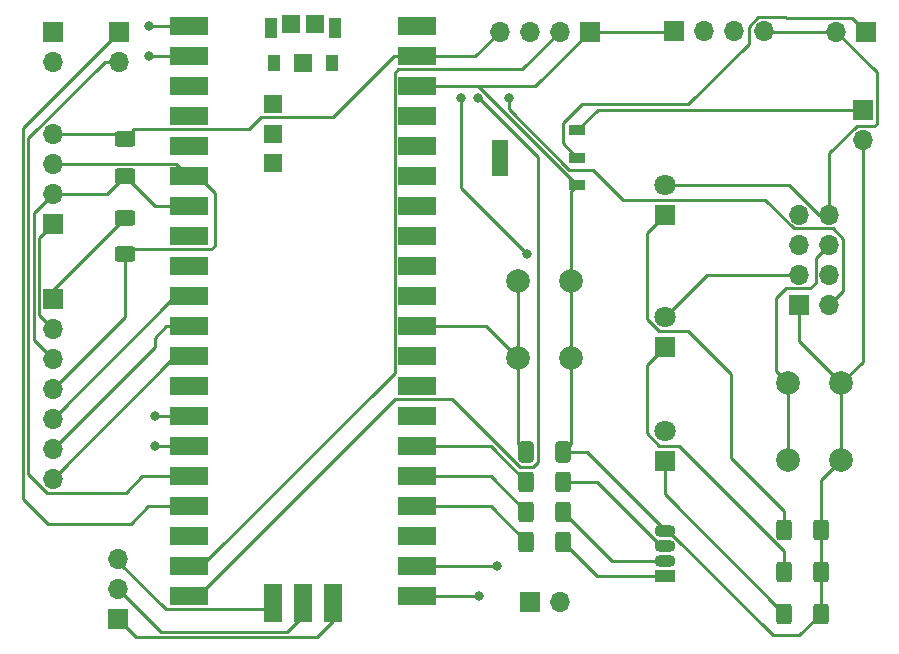
<source format=gbr>
%TF.GenerationSoftware,KiCad,Pcbnew,(6.0.5)*%
%TF.CreationDate,2023-02-27T08:13:59-05:00*%
%TF.ProjectId,UGV_Board,5547565f-426f-4617-9264-2e6b69636164,rev?*%
%TF.SameCoordinates,Original*%
%TF.FileFunction,Copper,L1,Top*%
%TF.FilePolarity,Positive*%
%FSLAX46Y46*%
G04 Gerber Fmt 4.6, Leading zero omitted, Abs format (unit mm)*
G04 Created by KiCad (PCBNEW (6.0.5)) date 2023-02-27 08:13:59*
%MOMM*%
%LPD*%
G01*
G04 APERTURE LIST*
G04 Aperture macros list*
%AMRoundRect*
0 Rectangle with rounded corners*
0 $1 Rounding radius*
0 $2 $3 $4 $5 $6 $7 $8 $9 X,Y pos of 4 corners*
0 Add a 4 corners polygon primitive as box body*
4,1,4,$2,$3,$4,$5,$6,$7,$8,$9,$2,$3,0*
0 Add four circle primitives for the rounded corners*
1,1,$1+$1,$2,$3*
1,1,$1+$1,$4,$5*
1,1,$1+$1,$6,$7*
1,1,$1+$1,$8,$9*
0 Add four rect primitives between the rounded corners*
20,1,$1+$1,$2,$3,$4,$5,0*
20,1,$1+$1,$4,$5,$6,$7,0*
20,1,$1+$1,$6,$7,$8,$9,0*
20,1,$1+$1,$8,$9,$2,$3,0*%
G04 Aperture macros list end*
%TA.AperFunction,ComponentPad*%
%ADD10R,1.700000X1.700000*%
%TD*%
%TA.AperFunction,ComponentPad*%
%ADD11O,1.700000X1.700000*%
%TD*%
%TA.AperFunction,ComponentPad*%
%ADD12C,2.000000*%
%TD*%
%TA.AperFunction,SMDPad,CuDef*%
%ADD13RoundRect,0.250000X0.625000X-0.400000X0.625000X0.400000X-0.625000X0.400000X-0.625000X-0.400000X0*%
%TD*%
%TA.AperFunction,SMDPad,CuDef*%
%ADD14R,1.473200X0.889000*%
%TD*%
%TA.AperFunction,SMDPad,CuDef*%
%ADD15R,1.473200X3.149600*%
%TD*%
%TA.AperFunction,SMDPad,CuDef*%
%ADD16RoundRect,0.250000X0.400000X0.625000X-0.400000X0.625000X-0.400000X-0.625000X0.400000X-0.625000X0*%
%TD*%
%TA.AperFunction,ComponentPad*%
%ADD17R,1.800000X1.800000*%
%TD*%
%TA.AperFunction,ComponentPad*%
%ADD18C,1.800000*%
%TD*%
%TA.AperFunction,SMDPad,CuDef*%
%ADD19R,3.200400X1.600200*%
%TD*%
%TA.AperFunction,SMDPad,CuDef*%
%ADD20R,1.092200X1.803400*%
%TD*%
%TA.AperFunction,SMDPad,CuDef*%
%ADD21R,1.041400X1.447800*%
%TD*%
%TA.AperFunction,SMDPad,CuDef*%
%ADD22R,1.600200X3.200400*%
%TD*%
%TA.AperFunction,SMDPad,CuDef*%
%ADD23R,1.498600X1.498600*%
%TD*%
%TA.AperFunction,ComponentPad*%
%ADD24R,1.800000X1.070000*%
%TD*%
%TA.AperFunction,ComponentPad*%
%ADD25O,1.800000X1.070000*%
%TD*%
%TA.AperFunction,SMDPad,CuDef*%
%ADD26RoundRect,0.250000X-0.412500X-0.650000X0.412500X-0.650000X0.412500X0.650000X-0.412500X0.650000X0*%
%TD*%
%TA.AperFunction,ViaPad*%
%ADD27C,0.800000*%
%TD*%
%TA.AperFunction,Conductor*%
%ADD28C,0.250000*%
%TD*%
G04 APERTURE END LIST*
D10*
%TO.P,J6,1,Pin_1*%
%TO.N,ESP_3.3V*%
X131064000Y-85613000D03*
D11*
%TO.P,J6,2,Pin_2*%
%TO.N,ESP_GND*%
X131064000Y-88153000D03*
%TO.P,J6,3,Pin_3*%
%TO.N,SCL*%
X131064000Y-90693000D03*
%TO.P,J6,4,Pin_4*%
%TO.N,SDA*%
X131064000Y-93233000D03*
%TO.P,J6,5,Pin_5*%
%TO.N,CSB*%
X131064000Y-95773000D03*
%TO.P,J6,6,Pin_6*%
%TO.N,INT1*%
X131064000Y-98313000D03*
%TO.P,J6,7,Pin_7*%
%TO.N,INT2*%
X131064000Y-100853000D03*
%TD*%
D10*
%TO.P,SW1,1,A*%
%TO.N,Net-(SW1-Pad1)*%
X199903000Y-62992000D03*
D11*
%TO.P,SW1,2,B*%
%TO.N,ESP_3.3V*%
X197363000Y-62992000D03*
%TD*%
D10*
%TO.P,J2,1,Pin_1*%
%TO.N,Net-(J2-Pad1)*%
X136627000Y-112761000D03*
D11*
%TO.P,J2,2,Pin_2*%
%TO.N,Net-(J2-Pad2)*%
X136627000Y-110221000D03*
%TO.P,J2,3,Pin_3*%
%TO.N,Net-(J2-Pad3)*%
X136627000Y-107681000D03*
%TD*%
D12*
%TO.P,SW3,1,1*%
%TO.N,ESP_GND*%
X197830000Y-92762000D03*
X197830000Y-99262000D03*
%TO.P,SW3,2,2*%
%TO.N,ESP_RST*%
X193330000Y-92762000D03*
X193330000Y-99262000D03*
%TD*%
D13*
%TO.P,R11,1*%
%TO.N,SDA*%
X137160000Y-81840000D03*
%TO.P,R11,2*%
%TO.N,ESP_3.3V*%
X137160000Y-78740000D03*
%TD*%
D14*
%TO.P,U2,1,ADJ/GND*%
%TO.N,ESP_GND*%
X175475900Y-75971400D03*
%TO.P,U2,2,VOUT*%
%TO.N,Net-(SW1-Pad1)*%
X175475900Y-73660000D03*
%TO.P,U2,3,VIN*%
%TO.N,+7.5V*%
X175475900Y-71348600D03*
D15*
%TO.P,U2,4,EPAD*%
%TO.N,unconnected-(U2-Pad4)*%
X168948100Y-73660000D03*
%TD*%
D10*
%TO.P,J9,1,Pin_1*%
%TO.N,ESP_GND*%
X171470000Y-111252000D03*
D11*
%TO.P,J9,2,Pin_2*%
%TO.N,+7.5V*%
X174010000Y-111252000D03*
%TD*%
D10*
%TO.P,J1,1,Pin_1*%
%TO.N,ESP_GND*%
X131064000Y-79248000D03*
D11*
%TO.P,J1,2,Pin_2*%
%TO.N,SCL*%
X131064000Y-76708000D03*
%TO.P,J1,3,Pin_3*%
%TO.N,SDA*%
X131064000Y-74168000D03*
%TO.P,J1,4,Pin_4*%
%TO.N,ESP_3.3V*%
X131064000Y-71628000D03*
%TD*%
D16*
%TO.P,R5,1*%
%TO.N,ESP_GND*%
X196114000Y-108712000D03*
%TO.P,R5,2*%
%TO.N,Net-(D3-Pad1)*%
X193014000Y-108712000D03*
%TD*%
%TO.P,R3,1*%
%TO.N,Net-(D1-Pad3)*%
X174270000Y-101092000D03*
%TO.P,R3,2*%
%TO.N,Net-(R3-Pad2)*%
X171170000Y-101092000D03*
%TD*%
D10*
%TO.P,J5,1,Pin_1*%
%TO.N,ESP_GND*%
X176520000Y-63017000D03*
D11*
%TO.P,J5,2,Pin_2*%
%TO.N,ENCLA_SIG*%
X173980000Y-63017000D03*
%TO.P,J5,3,Pin_3*%
%TO.N,ENCLB_SIG*%
X171440000Y-63017000D03*
%TO.P,J5,4,Pin_4*%
%TO.N,ESP_3.3V*%
X168900000Y-63017000D03*
%TD*%
D10*
%TO.P,J7,1,Pin_1*%
%TO.N,MOTORLB_SIG*%
X131064000Y-62992000D03*
D11*
%TO.P,J7,2,Pin_2*%
%TO.N,MOTORLA_SIG*%
X131064000Y-65532000D03*
%TD*%
D16*
%TO.P,R2,1*%
%TO.N,Net-(D1-Pad1)*%
X174244000Y-106172000D03*
%TO.P,R2,2*%
%TO.N,Net-(R2-Pad2)*%
X171144000Y-106172000D03*
%TD*%
D10*
%TO.P,J8,1,Pin_1*%
%TO.N,MOTORRB_SIG*%
X136677000Y-62992000D03*
D11*
%TO.P,J8,2,Pin_2*%
%TO.N,MOTORRA_SIG*%
X136677000Y-65532000D03*
%TD*%
D16*
%TO.P,R1,1*%
%TO.N,Net-(D1-Pad2)*%
X174270000Y-103632000D03*
%TO.P,R1,2*%
%TO.N,Net-(R1-Pad2)*%
X171170000Y-103632000D03*
%TD*%
D17*
%TO.P,D4,1,K*%
%TO.N,Net-(D4-Pad1)*%
X182880000Y-99319000D03*
D18*
%TO.P,D4,2,A*%
%TO.N,ESP_GPIO0*%
X182880000Y-96779000D03*
%TD*%
D10*
%TO.P,J10,1,Pin_1*%
%TO.N,+7.5V*%
X199644000Y-69596000D03*
D11*
%TO.P,J10,2,Pin_2*%
%TO.N,ESP_GND*%
X199644000Y-72136000D03*
%TD*%
D10*
%TO.P,J4,1,Pin_1*%
%TO.N,ESP_GND*%
X183652000Y-62967000D03*
D11*
%TO.P,J4,2,Pin_2*%
%TO.N,ENCRA_SIG*%
X186192000Y-62967000D03*
%TO.P,J4,3,Pin_3*%
%TO.N,ENCRB_SIG*%
X188732000Y-62967000D03*
%TO.P,J4,4,Pin_4*%
%TO.N,ESP_3.3V*%
X191272000Y-62967000D03*
%TD*%
D19*
%TO.P,U1,1,UART0_TX/I2C0_SDA/SPI0_RX/GP0*%
%TO.N,ESP_RX*%
X142562520Y-62528430D03*
%TO.P,U1,2,UART0_RX/I2C0_SCL/GPI0_CSn/GP1*%
%TO.N,ESP_TX*%
X142562520Y-65068430D03*
%TO.P,U1,3,GND*%
%TO.N,unconnected-(U1-Pad3)*%
X142562520Y-67608430D03*
%TO.P,U1,4,I2C1_SDA/SPI0_SCK/GP2*%
%TO.N,unconnected-(U1-Pad4)*%
X142562520Y-70148430D03*
%TO.P,U1,5,I2C1_SCL/SPI0_TX/GP3*%
%TO.N,unconnected-(U1-Pad5)*%
X142562520Y-72688430D03*
%TO.P,U1,6,UART1_TX/I2C0_SDA/SPI0_RX/GP4*%
%TO.N,SDA*%
X142562520Y-75228430D03*
%TO.P,U1,7,UART1_RX/I2C0_SCL/SPI0_CSn/GP5*%
%TO.N,SCL*%
X142562520Y-77768430D03*
%TO.P,U1,8,GND*%
%TO.N,unconnected-(U1-Pad8)*%
X142562520Y-80308430D03*
%TO.P,U1,9,I2C1_SDA/SPI0_SCK/GP6*%
%TO.N,unconnected-(U1-Pad9)*%
X142562520Y-82848430D03*
%TO.P,U1,10,I2C1_SCL/SPI0_TX/GP7*%
%TO.N,CSB*%
X142562520Y-85388430D03*
%TO.P,U1,11,UART1_TX/I2C0_SDA/SPI1_RX/GP8*%
%TO.N,INT1*%
X142562520Y-87928430D03*
%TO.P,U1,12,UART1_RX/I2C0_SCL/SPI1_CSn/GP9*%
%TO.N,INT2*%
X142562520Y-90468430D03*
%TO.P,U1,13,GND*%
%TO.N,unconnected-(U1-Pad13)*%
X142562520Y-93008430D03*
%TO.P,U1,14,I2C1_SDA/SPI1_SCK/GP10*%
%TO.N,MOTORLA_SIG*%
X142562520Y-95548430D03*
%TO.P,U1,15,I2C1_SCL/SPI1_TX/GP11*%
%TO.N,MOTORLB_SIG*%
X142562520Y-98088430D03*
%TO.P,U1,16,UART0_TX/I2C0_SDA/GPI1_RX/GP12*%
%TO.N,MOTORRA_SIG*%
X142562520Y-100628430D03*
%TO.P,U1,17,UART0_RX/I2C0_SCL/SPI1_CSn/GP13*%
%TO.N,MOTORRB_SIG*%
X142562520Y-103168430D03*
%TO.P,U1,18,GND*%
%TO.N,unconnected-(U1-Pad18)*%
X142562520Y-105708430D03*
%TO.P,U1,19,I2C1_SDA/SPI1_SCK/GP14*%
%TO.N,ENCLA_SIG*%
X142562520Y-108248430D03*
%TO.P,U1,20,I2C1_SCL/SPI1_TX/GP15*%
%TO.N,ENCLB_SIG*%
X142562520Y-110788430D03*
%TO.P,U1,21,UART0_TX/I2C0_SDA/SPI0_RX/GP16*%
%TO.N,ENCRA_SIG*%
X161942720Y-110788430D03*
%TO.P,U1,22,UART0_RX/I2C0_SCL/SPI0_CSn/GP17*%
%TO.N,ENCRB_SIG*%
X161942720Y-108248430D03*
%TO.P,U1,23,GND*%
%TO.N,unconnected-(U1-Pad23)*%
X161942720Y-105708430D03*
%TO.P,U1,24,I2C1_SDA/SPI0_SCK/GP18*%
%TO.N,Net-(R2-Pad2)*%
X161942720Y-103168430D03*
%TO.P,U1,25,I2C1_SCL/SPI0_TX/GP19*%
%TO.N,Net-(R1-Pad2)*%
X161942720Y-100628430D03*
%TO.P,U1,26,I2C0_SDA/GP20*%
%TO.N,Net-(R3-Pad2)*%
X161942720Y-98088430D03*
%TO.P,U1,27,I2C0_SCL/GP21*%
%TO.N,unconnected-(U1-Pad27)*%
X161942720Y-95548430D03*
%TO.P,U1,28,GND*%
%TO.N,unconnected-(U1-Pad28)*%
X161942720Y-93008430D03*
%TO.P,U1,29,GP22*%
%TO.N,unconnected-(U1-Pad29)*%
X161942720Y-90468430D03*
%TO.P,U1,30,RUN*%
%TO.N,Net-(C4-Pad1)*%
X161942720Y-87928430D03*
%TO.P,U1,31,I2C1_SDA/ADC0/GP26*%
%TO.N,unconnected-(U1-Pad31)*%
X161942720Y-85388430D03*
%TO.P,U1,32,I2C1_SCL/ADC1/GP27*%
%TO.N,unconnected-(U1-Pad32)*%
X161942720Y-82848430D03*
%TO.P,U1,33,AGND/GND*%
%TO.N,unconnected-(U1-Pad33)*%
X161942720Y-80308430D03*
%TO.P,U1,34,ADC2/GP28*%
%TO.N,unconnected-(U1-Pad34)*%
X161942720Y-77768430D03*
%TO.P,U1,35,ADC_VREF*%
%TO.N,unconnected-(U1-Pad35)*%
X161942720Y-75228430D03*
%TO.P,U1,36,3V3OUT*%
%TO.N,unconnected-(U1-Pad36)*%
X161942720Y-72688430D03*
%TO.P,U1,37,3V3_EN*%
%TO.N,unconnected-(U1-Pad37)*%
X161942720Y-70148430D03*
%TO.P,U1,38,GND*%
%TO.N,ESP_GND*%
X161942720Y-67608430D03*
%TO.P,U1,39,VSYS*%
%TO.N,ESP_3.3V*%
X161942720Y-65068430D03*
%TO.P,U1,40,VBUS*%
%TO.N,unconnected-(U1-Pad40)*%
X161942720Y-62528430D03*
D20*
%TO.P,U1,A,GND*%
%TO.N,unconnected-(U1-PadA)*%
X149527200Y-62657970D03*
%TO.P,U1,B,GND*%
%TO.N,unconnected-(U1-PadB)*%
X154978040Y-62657970D03*
D21*
%TO.P,U1,C,GND*%
%TO.N,unconnected-(U1-PadC)*%
X149826920Y-65688190D03*
%TO.P,U1,D,GND*%
%TO.N,unconnected-(U1-PadD)*%
X154678320Y-65688190D03*
D22*
%TO.P,U1,D1,SWCLK*%
%TO.N,Net-(J2-Pad3)*%
X149712620Y-111357390D03*
%TO.P,U1,D2,GND*%
%TO.N,Net-(J2-Pad2)*%
X152252620Y-111357390D03*
%TO.P,U1,D3,SWDIO*%
%TO.N,Net-(J2-Pad1)*%
X154792620Y-111357390D03*
D23*
%TO.P,U1,TP1,GND*%
%TO.N,unconnected-(U1-PadTP1)*%
X152252620Y-65657710D03*
%TO.P,U1,TP2,USB_DM*%
%TO.N,unconnected-(U1-PadTP2)*%
X153253380Y-62358250D03*
%TO.P,U1,TP3,USB_DP*%
%TO.N,unconnected-(U1-PadTP3)*%
X151251860Y-62358250D03*
%TO.P,U1,TP4,GPIO/SMPS*%
%TO.N,unconnected-(U1-PadTP4)*%
X149753260Y-69157830D03*
%TO.P,U1,TP5,GPIO25/LED*%
%TO.N,unconnected-(U1-PadTP5)*%
X149753260Y-71657190D03*
%TO.P,U1,TP6,BOOTSEL*%
%TO.N,unconnected-(U1-PadTP6)*%
X149753260Y-74156550D03*
%TD*%
D16*
%TO.P,R6,1*%
%TO.N,ESP_GND*%
X196114000Y-112268000D03*
%TO.P,R6,2*%
%TO.N,Net-(D4-Pad1)*%
X193014000Y-112268000D03*
%TD*%
%TO.P,R4,1*%
%TO.N,ESP_GND*%
X196114000Y-105156000D03*
%TO.P,R4,2*%
%TO.N,Net-(D2-Pad1)*%
X193014000Y-105156000D03*
%TD*%
D10*
%TO.P,J3,1,Pin_1*%
%TO.N,ESP_GND*%
X194290000Y-86096000D03*
D11*
%TO.P,J3,2,Pin_2*%
%TO.N,ESP_TX*%
X196830000Y-86096000D03*
%TO.P,J3,3,Pin_3*%
%TO.N,ESP_GPIO2*%
X194290000Y-83556000D03*
%TO.P,J3,4,Pin_4*%
%TO.N,ESP_EN*%
X196830000Y-83556000D03*
%TO.P,J3,5,Pin_5*%
%TO.N,ESP_GPIO0*%
X194290000Y-81016000D03*
%TO.P,J3,6,Pin_6*%
%TO.N,ESP_RST*%
X196830000Y-81016000D03*
%TO.P,J3,7,Pin_7*%
%TO.N,ESP_RX*%
X194290000Y-78476000D03*
%TO.P,J3,8,Pin_8*%
%TO.N,ESP_3.3V*%
X196830000Y-78476000D03*
%TD*%
D24*
%TO.P,D1,1,RA*%
%TO.N,Net-(D1-Pad1)*%
X182880000Y-109088000D03*
D25*
%TO.P,D1,2,GA*%
%TO.N,Net-(D1-Pad2)*%
X182880000Y-107818000D03*
%TO.P,D1,3,BA*%
%TO.N,Net-(D1-Pad3)*%
X182880000Y-106548000D03*
%TO.P,D1,4,K*%
%TO.N,ESP_GND*%
X182880000Y-105278000D03*
%TD*%
D13*
%TO.P,R12,1*%
%TO.N,SCL*%
X137160000Y-75184000D03*
%TO.P,R12,2*%
%TO.N,ESP_3.3V*%
X137160000Y-72084000D03*
%TD*%
D12*
%TO.P,SW2,1,1*%
%TO.N,Net-(C4-Pad1)*%
X170470000Y-90626000D03*
X170470000Y-84126000D03*
%TO.P,SW2,2,2*%
%TO.N,ESP_GND*%
X174970000Y-90626000D03*
X174970000Y-84126000D03*
%TD*%
D17*
%TO.P,D2,1,K*%
%TO.N,Net-(D2-Pad1)*%
X182880000Y-78491000D03*
D18*
%TO.P,D2,2,A*%
%TO.N,ESP_3.3V*%
X182880000Y-75951000D03*
%TD*%
D17*
%TO.P,D3,1,K*%
%TO.N,Net-(D3-Pad1)*%
X182880000Y-89667000D03*
D18*
%TO.P,D3,2,A*%
%TO.N,ESP_GPIO2*%
X182880000Y-87127000D03*
%TD*%
D26*
%TO.P,C4,1*%
%TO.N,Net-(C4-Pad1)*%
X171157500Y-98552000D03*
%TO.P,C4,2*%
%TO.N,ESP_GND*%
X174282500Y-98552000D03*
%TD*%
D27*
%TO.N,ESP_TX*%
X139192000Y-65024000D03*
X169672000Y-68580000D03*
%TO.N,ESP_RX*%
X171196000Y-81788000D03*
X165608000Y-68580000D03*
X139192000Y-62484000D03*
%TO.N,MOTORLA_SIG*%
X139700000Y-95504000D03*
%TO.N,MOTORLB_SIG*%
X139700000Y-98044000D03*
%TO.N,ENCRB_SIG*%
X168656000Y-108204000D03*
%TO.N,ENCRA_SIG*%
X167132000Y-110744000D03*
%TO.N,ENCLB_SIG*%
X167095951Y-68616049D03*
%TD*%
D28*
%TO.N,Net-(D1-Pad1)*%
X177160000Y-109088000D02*
X182880000Y-109088000D01*
X174244000Y-106172000D02*
X177160000Y-109088000D01*
%TO.N,Net-(D1-Pad2)*%
X178456000Y-107818000D02*
X174270000Y-103632000D01*
X182880000Y-107818000D02*
X178456000Y-107818000D01*
%TO.N,Net-(D2-Pad1)*%
X188468000Y-91948000D02*
X184872000Y-88352000D01*
X188468000Y-99060000D02*
X188468000Y-91948000D01*
X193014000Y-105156000D02*
X193014000Y-103606000D01*
X182372588Y-88352000D02*
X181356000Y-87335412D01*
X181356000Y-87335412D02*
X181356000Y-80015000D01*
X184872000Y-88352000D02*
X182372588Y-88352000D01*
X181356000Y-80015000D02*
X182880000Y-78491000D01*
X193014000Y-103606000D02*
X188468000Y-99060000D01*
%TO.N,ESP_3.3V*%
X147674470Y-71273530D02*
X148715870Y-70232130D01*
X196830000Y-73288299D02*
X199157299Y-70961000D01*
X196830000Y-78476000D02*
X196830000Y-73288299D01*
X136704000Y-71628000D02*
X137160000Y-72084000D01*
X159975570Y-65068430D02*
X161942720Y-65068430D01*
X137160000Y-72084000D02*
X137970470Y-71273530D01*
X154811870Y-70232130D02*
X159975570Y-65068430D01*
X195951701Y-78476000D02*
X193426701Y-75951000D01*
X197363000Y-62992000D02*
X191297000Y-62992000D01*
X196830000Y-78476000D02*
X195951701Y-78476000D01*
X193426701Y-75951000D02*
X182880000Y-75951000D01*
X166848570Y-65068430D02*
X161942720Y-65068430D01*
X200819000Y-70771000D02*
X200819000Y-66448000D01*
X199157299Y-70961000D02*
X200629000Y-70961000D01*
X131064000Y-71628000D02*
X136704000Y-71628000D01*
X168900000Y-63017000D02*
X166848570Y-65068430D01*
X200819000Y-66448000D02*
X197363000Y-62992000D01*
X137970470Y-71273530D02*
X147674470Y-71273530D01*
X200629000Y-70961000D02*
X200819000Y-70771000D01*
X191297000Y-62992000D02*
X191272000Y-62967000D01*
X131064000Y-84836000D02*
X137160000Y-78740000D01*
X131064000Y-85613000D02*
X131064000Y-84836000D01*
X148715870Y-70232130D02*
X154811870Y-70232130D01*
%TO.N,Net-(D3-Pad1)*%
X184055000Y-98044000D02*
X182412588Y-98044000D01*
X193014000Y-108712000D02*
X193014000Y-107003000D01*
X182412588Y-98044000D02*
X181356000Y-96987412D01*
X193014000Y-107003000D02*
X184055000Y-98044000D01*
X181356000Y-96987412D02*
X181356000Y-91191000D01*
X181356000Y-91191000D02*
X182880000Y-89667000D01*
%TO.N,ESP_GPIO2*%
X186451000Y-83556000D02*
X182880000Y-87127000D01*
X194290000Y-83556000D02*
X186451000Y-83556000D01*
%TO.N,Net-(D4-Pad1)*%
X193014000Y-112268000D02*
X182880000Y-102134000D01*
X182880000Y-102134000D02*
X182880000Y-99319000D01*
%TO.N,SCL*%
X131064000Y-90693000D02*
X129439000Y-89068000D01*
X131064000Y-76708000D02*
X135636000Y-76708000D01*
X137160000Y-75184000D02*
X139744430Y-77768430D01*
X139744430Y-77768430D02*
X142562520Y-77768430D01*
X135636000Y-76708000D02*
X137160000Y-75184000D01*
X129439000Y-78333000D02*
X131064000Y-76708000D01*
X129439000Y-89068000D02*
X129439000Y-78333000D01*
%TO.N,SDA*%
X137566470Y-81433530D02*
X144487720Y-81433530D01*
X141502090Y-74168000D02*
X142562520Y-75228430D01*
X137160000Y-87137000D02*
X137160000Y-81840000D01*
X144780000Y-81141250D02*
X144780000Y-76645810D01*
X144780000Y-76645810D02*
X143362620Y-75228430D01*
X131064000Y-93233000D02*
X137160000Y-87137000D01*
X131064000Y-74168000D02*
X141502090Y-74168000D01*
X144487720Y-81433530D02*
X144780000Y-81141250D01*
X143362620Y-75228430D02*
X142562520Y-75228430D01*
X137160000Y-81840000D02*
X137566470Y-81433530D01*
%TO.N,Net-(J2-Pad1)*%
X153474000Y-114242000D02*
X154792620Y-112923380D01*
X136627000Y-112761000D02*
X138108000Y-114242000D01*
X154792620Y-112923380D02*
X154792620Y-111357390D01*
X138108000Y-114242000D02*
X153474000Y-114242000D01*
%TO.N,Net-(J2-Pad2)*%
X139698590Y-113282590D02*
X140208000Y-113792000D01*
X150876000Y-113792000D02*
X151892000Y-112776000D01*
X140208000Y-113792000D02*
X150876000Y-113792000D01*
X136627000Y-110221000D02*
X139688590Y-113282590D01*
X139688590Y-113282590D02*
X139698590Y-113282590D01*
%TO.N,Net-(J2-Pad3)*%
X149156480Y-111913530D02*
X149712620Y-111357390D01*
X136627000Y-107681000D02*
X136627000Y-107903210D01*
X140637320Y-111913530D02*
X149156480Y-111913530D01*
X136627000Y-107903210D02*
X140637320Y-111913530D01*
%TO.N,ESP_GND*%
X174970000Y-97864500D02*
X174970000Y-90626000D01*
X196114000Y-105156000D02*
X196114000Y-108712000D01*
X176520000Y-63017000D02*
X183602000Y-63017000D01*
X182880000Y-105278000D02*
X183191224Y-105278000D01*
X161942720Y-67608430D02*
X167112930Y-67608430D01*
X196114000Y-100978000D02*
X197830000Y-99262000D01*
X167112930Y-67608430D02*
X175475900Y-75971400D01*
X196114000Y-112268000D02*
X196114000Y-108712000D01*
X192024000Y-114110776D02*
X194271224Y-114110776D01*
X174970000Y-76477300D02*
X175475900Y-75971400D01*
X131064000Y-88153000D02*
X129889000Y-86978000D01*
X174970000Y-90626000D02*
X174970000Y-84126000D01*
X183191224Y-105278000D02*
X192024000Y-114110776D01*
X129889000Y-80423000D02*
X131064000Y-79248000D01*
X197830000Y-92762000D02*
X199644000Y-90948000D01*
X182880000Y-105278000D02*
X182880000Y-105156000D01*
X129889000Y-86978000D02*
X129889000Y-80423000D01*
X183602000Y-63017000D02*
X183652000Y-62967000D01*
X194271224Y-114110776D02*
X196114000Y-112268000D01*
X171928570Y-67608430D02*
X176520000Y-63017000D01*
X174970000Y-84126000D02*
X174970000Y-76477300D01*
X176276000Y-98552000D02*
X174282500Y-98552000D01*
X167112930Y-67608430D02*
X171928570Y-67608430D01*
X182880000Y-105156000D02*
X176276000Y-98552000D01*
X197830000Y-99262000D02*
X197830000Y-92762000D01*
X199644000Y-90948000D02*
X199644000Y-72136000D01*
X196114000Y-105156000D02*
X196114000Y-100978000D01*
X194290000Y-86096000D02*
X194290000Y-89222000D01*
X174282500Y-98552000D02*
X174970000Y-97864500D01*
X194290000Y-89222000D02*
X197830000Y-92762000D01*
%TO.N,ESP_TX*%
X174816896Y-74676000D02*
X169672000Y-69531104D01*
X193803299Y-79651000D02*
X191368299Y-77216000D01*
X139236430Y-65068430D02*
X139192000Y-65024000D01*
X197126701Y-79651000D02*
X193803299Y-79651000D01*
X191368299Y-77216000D02*
X179324000Y-77216000D01*
X198005000Y-84921000D02*
X198005000Y-80529299D01*
X142562520Y-65068430D02*
X139236430Y-65068430D01*
X169672000Y-69531104D02*
X169672000Y-68580000D01*
X196830000Y-86096000D02*
X198005000Y-84921000D01*
X176784000Y-74676000D02*
X174816896Y-74676000D01*
X198005000Y-80529299D02*
X197126701Y-79651000D01*
X179324000Y-77216000D02*
X176784000Y-74676000D01*
%TO.N,ESP_RST*%
X195177000Y-84731000D02*
X195655000Y-84253000D01*
X192330000Y-85545999D02*
X193144999Y-84731000D01*
X195655000Y-84253000D02*
X195655000Y-82191000D01*
X195655000Y-82191000D02*
X196830000Y-81016000D01*
X193330000Y-92762000D02*
X192330000Y-91762000D01*
X192330000Y-91762000D02*
X192330000Y-85545999D01*
X193330000Y-99262000D02*
X193330000Y-92762000D01*
X193144999Y-84731000D02*
X195177000Y-84731000D01*
%TO.N,ESP_RX*%
X139192000Y-62484000D02*
X139236430Y-62528430D01*
X139236430Y-62528430D02*
X142562520Y-62528430D01*
X165608000Y-76200000D02*
X165608000Y-68580000D01*
X171196000Y-81788000D02*
X165608000Y-76200000D01*
%TO.N,Net-(D1-Pad3)*%
X182880000Y-106548000D02*
X182568776Y-106548000D01*
X177112776Y-101092000D02*
X174270000Y-101092000D01*
X182568776Y-106548000D02*
X177112776Y-101092000D01*
%TO.N,Net-(SW1-Pad1)*%
X189992000Y-62585299D02*
X189992000Y-64008000D01*
X175847400Y-69146000D02*
X174244000Y-70749400D01*
X174244000Y-70749400D02*
X174244000Y-72428100D01*
X189992000Y-64008000D02*
X184854000Y-69146000D01*
X193172000Y-61817000D02*
X193147000Y-61792000D01*
X184854000Y-69146000D02*
X175847400Y-69146000D01*
X198728000Y-61817000D02*
X193172000Y-61817000D01*
X199903000Y-62992000D02*
X198728000Y-61817000D01*
X174244000Y-72428100D02*
X175475900Y-73660000D01*
X190785299Y-61792000D02*
X189992000Y-62585299D01*
X193147000Y-61792000D02*
X190785299Y-61792000D01*
%TO.N,Net-(C4-Pad1)*%
X167772430Y-87928430D02*
X161942720Y-87928430D01*
X170470000Y-90626000D02*
X167772430Y-87928430D01*
X170470000Y-97864500D02*
X170470000Y-90626000D01*
X171157500Y-98552000D02*
X170470000Y-97864500D01*
X170470000Y-90626000D02*
X170470000Y-84126000D01*
%TO.N,MOTORLA_SIG*%
X139744430Y-95548430D02*
X142562520Y-95548430D01*
X139700000Y-95504000D02*
X139744430Y-95548430D01*
%TO.N,MOTORLB_SIG*%
X142562520Y-98088430D02*
X139744430Y-98088430D01*
X139744430Y-98088430D02*
X139700000Y-98044000D01*
%TO.N,MOTORRA_SIG*%
X137240000Y-102028000D02*
X138639570Y-100628430D01*
X130577299Y-102028000D02*
X137240000Y-102028000D01*
X128989000Y-72017919D02*
X128989000Y-100439701D01*
X135474919Y-65532000D02*
X128989000Y-72017919D01*
X128989000Y-100439701D02*
X130577299Y-102028000D01*
X136677000Y-65532000D02*
X135474919Y-65532000D01*
X138639570Y-100628430D02*
X142562520Y-100628430D01*
%TO.N,MOTORRB_SIG*%
X130657299Y-104648000D02*
X137668000Y-104648000D01*
X128539000Y-102529701D02*
X130657299Y-104648000D01*
X137668000Y-104648000D02*
X139147570Y-103168430D01*
X136677000Y-62992000D02*
X128539000Y-71130000D01*
X139147570Y-103168430D02*
X142562520Y-103168430D01*
X128539000Y-71130000D02*
X128539000Y-102529701D01*
%TO.N,ENCRB_SIG*%
X168611570Y-108248430D02*
X168656000Y-108204000D01*
X161942720Y-108248430D02*
X168611570Y-108248430D01*
%TO.N,ENCRA_SIG*%
X167132000Y-110744000D02*
X167087570Y-110788430D01*
X167087570Y-110788430D02*
X161942720Y-110788430D01*
%TO.N,ENCLB_SIG*%
X172145000Y-99440173D02*
X172145000Y-73593000D01*
X160017520Y-94133530D02*
X164863357Y-94133530D01*
X143362620Y-110788430D02*
X160017520Y-94133530D01*
X167168049Y-68616049D02*
X172145000Y-73593000D01*
X142562520Y-110788430D02*
X143362620Y-110788430D01*
X170616025Y-99886198D02*
X171698975Y-99886198D01*
X164863357Y-94133530D02*
X170616025Y-99886198D01*
X167095951Y-68616049D02*
X167168049Y-68616049D01*
X171698975Y-99886198D02*
X172145000Y-99440173D01*
%TO.N,ENCLA_SIG*%
X143652420Y-108248430D02*
X160017520Y-91883330D01*
X160017520Y-66483330D02*
X160307320Y-66193530D01*
X170803470Y-66193530D02*
X173980000Y-63017000D01*
X160017520Y-91883330D02*
X160017520Y-66483330D01*
X142562520Y-108248430D02*
X143652420Y-108248430D01*
X160307320Y-66193530D02*
X170803470Y-66193530D01*
%TO.N,INT2*%
X131064000Y-100853000D02*
X141448570Y-90468430D01*
X141448570Y-90468430D02*
X142562520Y-90468430D01*
%TO.N,INT1*%
X131064000Y-98313000D02*
X139700000Y-89677000D01*
X139700000Y-89677000D02*
X139700000Y-88900000D01*
X140671570Y-87928430D02*
X142562520Y-87928430D01*
X139700000Y-88900000D02*
X140671570Y-87928430D01*
%TO.N,CSB*%
X131064000Y-95773000D02*
X141448570Y-85388430D01*
X141448570Y-85388430D02*
X142562520Y-85388430D01*
%TO.N,+7.5V*%
X177228500Y-69596000D02*
X175475900Y-71348600D01*
X199644000Y-69596000D02*
X177228500Y-69596000D01*
%TO.N,Net-(R1-Pad2)*%
X171170000Y-103632000D02*
X168166430Y-100628430D01*
X168166430Y-100628430D02*
X161942720Y-100628430D01*
%TO.N,Net-(R2-Pad2)*%
X171144000Y-106172000D02*
X168140430Y-103168430D01*
X168140430Y-103168430D02*
X161942720Y-103168430D01*
%TO.N,Net-(R3-Pad2)*%
X168166430Y-98088430D02*
X161942720Y-98088430D01*
X171170000Y-101092000D02*
X168166430Y-98088430D01*
%TD*%
M02*

</source>
